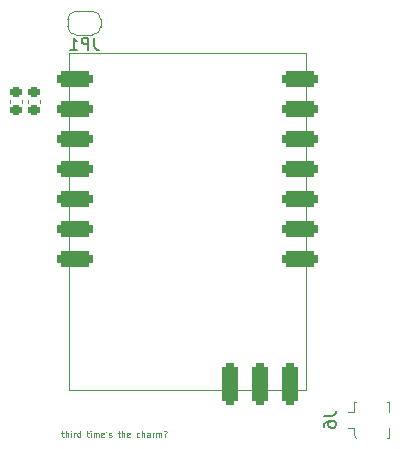
<source format=gbo>
%TF.GenerationSoftware,KiCad,Pcbnew,7.0.5-0*%
%TF.CreationDate,2024-02-18T18:21:39-05:00*%
%TF.ProjectId,BITSv5,42495453-7635-42e6-9b69-6361645f7063,2*%
%TF.SameCoordinates,Original*%
%TF.FileFunction,Legend,Bot*%
%TF.FilePolarity,Positive*%
%FSLAX46Y46*%
G04 Gerber Fmt 4.6, Leading zero omitted, Abs format (unit mm)*
G04 Created by KiCad (PCBNEW 7.0.5-0) date 2024-02-18 18:21:39*
%MOMM*%
%LPD*%
G01*
G04 APERTURE LIST*
G04 Aperture macros list*
%AMRoundRect*
0 Rectangle with rounded corners*
0 $1 Rounding radius*
0 $2 $3 $4 $5 $6 $7 $8 $9 X,Y pos of 4 corners*
0 Add a 4 corners polygon primitive as box body*
4,1,4,$2,$3,$4,$5,$6,$7,$8,$9,$2,$3,0*
0 Add four circle primitives for the rounded corners*
1,1,$1+$1,$2,$3*
1,1,$1+$1,$4,$5*
1,1,$1+$1,$6,$7*
1,1,$1+$1,$8,$9*
0 Add four rect primitives between the rounded corners*
20,1,$1+$1,$2,$3,$4,$5,0*
20,1,$1+$1,$4,$5,$6,$7,0*
20,1,$1+$1,$6,$7,$8,$9,0*
20,1,$1+$1,$8,$9,$2,$3,0*%
%AMFreePoly0*
4,1,19,0.500000,-0.750000,0.000000,-0.750000,0.000000,-0.744911,-0.071157,-0.744911,-0.207708,-0.704816,-0.327430,-0.627875,-0.420627,-0.520320,-0.479746,-0.390866,-0.500000,-0.250000,-0.500000,0.250000,-0.479746,0.390866,-0.420627,0.520320,-0.327430,0.627875,-0.207708,0.704816,-0.071157,0.744911,0.000000,0.744911,0.000000,0.750000,0.500000,0.750000,0.500000,-0.750000,0.500000,-0.750000,
$1*%
%AMFreePoly1*
4,1,19,0.000000,0.744911,0.071157,0.744911,0.207708,0.704816,0.327430,0.627875,0.420627,0.520320,0.479746,0.390866,0.500000,0.250000,0.500000,-0.250000,0.479746,-0.390866,0.420627,-0.520320,0.327430,-0.627875,0.207708,-0.704816,0.071157,-0.744911,0.000000,-0.744911,0.000000,-0.750000,-0.500000,-0.750000,-0.500000,0.750000,0.000000,0.750000,0.000000,0.744911,0.000000,0.744911,
$1*%
G04 Aperture macros list end*
%ADD10C,0.125000*%
%ADD11C,0.150000*%
%ADD12C,0.120000*%
%ADD13C,0.889000*%
%ADD14C,4.400000*%
%ADD15C,0.650000*%
%ADD16O,2.100000X1.000000*%
%ADD17O,1.800000X1.000000*%
%ADD18C,1.400000*%
%ADD19R,3.500000X3.500000*%
%ADD20C,3.500000*%
%ADD21C,2.000000*%
%ADD22C,0.499999*%
%ADD23R,1.700000X1.700000*%
%ADD24O,1.700000X1.700000*%
%ADD25FreePoly0,0.000000*%
%ADD26FreePoly1,0.000000*%
%ADD27RoundRect,0.225000X-0.250000X0.225000X-0.250000X-0.225000X0.250000X-0.225000X0.250000X0.225000X0*%
%ADD28RoundRect,0.322500X-1.177500X-0.322500X1.177500X-0.322500X1.177500X0.322500X-1.177500X0.322500X0*%
%ADD29RoundRect,0.325000X-1.175000X-0.325000X1.175000X-0.325000X1.175000X0.325000X-1.175000X0.325000X0*%
%ADD30RoundRect,0.325000X-0.325000X1.425000X-0.325000X-1.425000X0.325000X-1.425000X0.325000X1.425000X0*%
%ADD31R,1.000000X1.000000*%
%ADD32R,2.200000X1.050000*%
G04 APERTURE END LIST*
D10*
X116929855Y-85098976D02*
X117120331Y-85098976D01*
X117001283Y-84932309D02*
X117001283Y-85360880D01*
X117001283Y-85360880D02*
X117025093Y-85408500D01*
X117025093Y-85408500D02*
X117072712Y-85432309D01*
X117072712Y-85432309D02*
X117120331Y-85432309D01*
X117286997Y-85432309D02*
X117286997Y-84932309D01*
X117501283Y-85432309D02*
X117501283Y-85170404D01*
X117501283Y-85170404D02*
X117477473Y-85122785D01*
X117477473Y-85122785D02*
X117429854Y-85098976D01*
X117429854Y-85098976D02*
X117358426Y-85098976D01*
X117358426Y-85098976D02*
X117310807Y-85122785D01*
X117310807Y-85122785D02*
X117286997Y-85146595D01*
X117739378Y-85432309D02*
X117739378Y-85098976D01*
X117739378Y-84932309D02*
X117715569Y-84956119D01*
X117715569Y-84956119D02*
X117739378Y-84979928D01*
X117739378Y-84979928D02*
X117763188Y-84956119D01*
X117763188Y-84956119D02*
X117739378Y-84932309D01*
X117739378Y-84932309D02*
X117739378Y-84979928D01*
X117977473Y-85432309D02*
X117977473Y-85098976D01*
X117977473Y-85194214D02*
X118001283Y-85146595D01*
X118001283Y-85146595D02*
X118025092Y-85122785D01*
X118025092Y-85122785D02*
X118072711Y-85098976D01*
X118072711Y-85098976D02*
X118120330Y-85098976D01*
X118501283Y-85432309D02*
X118501283Y-84932309D01*
X118501283Y-85408500D02*
X118453664Y-85432309D01*
X118453664Y-85432309D02*
X118358426Y-85432309D01*
X118358426Y-85432309D02*
X118310807Y-85408500D01*
X118310807Y-85408500D02*
X118286997Y-85384690D01*
X118286997Y-85384690D02*
X118263188Y-85337071D01*
X118263188Y-85337071D02*
X118263188Y-85194214D01*
X118263188Y-85194214D02*
X118286997Y-85146595D01*
X118286997Y-85146595D02*
X118310807Y-85122785D01*
X118310807Y-85122785D02*
X118358426Y-85098976D01*
X118358426Y-85098976D02*
X118453664Y-85098976D01*
X118453664Y-85098976D02*
X118501283Y-85122785D01*
X119048902Y-85098976D02*
X119239378Y-85098976D01*
X119120330Y-84932309D02*
X119120330Y-85360880D01*
X119120330Y-85360880D02*
X119144140Y-85408500D01*
X119144140Y-85408500D02*
X119191759Y-85432309D01*
X119191759Y-85432309D02*
X119239378Y-85432309D01*
X119406044Y-85432309D02*
X119406044Y-85098976D01*
X119406044Y-84932309D02*
X119382235Y-84956119D01*
X119382235Y-84956119D02*
X119406044Y-84979928D01*
X119406044Y-84979928D02*
X119429854Y-84956119D01*
X119429854Y-84956119D02*
X119406044Y-84932309D01*
X119406044Y-84932309D02*
X119406044Y-84979928D01*
X119644139Y-85432309D02*
X119644139Y-85098976D01*
X119644139Y-85146595D02*
X119667949Y-85122785D01*
X119667949Y-85122785D02*
X119715568Y-85098976D01*
X119715568Y-85098976D02*
X119786996Y-85098976D01*
X119786996Y-85098976D02*
X119834615Y-85122785D01*
X119834615Y-85122785D02*
X119858425Y-85170404D01*
X119858425Y-85170404D02*
X119858425Y-85432309D01*
X119858425Y-85170404D02*
X119882234Y-85122785D01*
X119882234Y-85122785D02*
X119929853Y-85098976D01*
X119929853Y-85098976D02*
X120001282Y-85098976D01*
X120001282Y-85098976D02*
X120048901Y-85122785D01*
X120048901Y-85122785D02*
X120072711Y-85170404D01*
X120072711Y-85170404D02*
X120072711Y-85432309D01*
X120501282Y-85408500D02*
X120453663Y-85432309D01*
X120453663Y-85432309D02*
X120358425Y-85432309D01*
X120358425Y-85432309D02*
X120310806Y-85408500D01*
X120310806Y-85408500D02*
X120286997Y-85360880D01*
X120286997Y-85360880D02*
X120286997Y-85170404D01*
X120286997Y-85170404D02*
X120310806Y-85122785D01*
X120310806Y-85122785D02*
X120358425Y-85098976D01*
X120358425Y-85098976D02*
X120453663Y-85098976D01*
X120453663Y-85098976D02*
X120501282Y-85122785D01*
X120501282Y-85122785D02*
X120525092Y-85170404D01*
X120525092Y-85170404D02*
X120525092Y-85218023D01*
X120525092Y-85218023D02*
X120286997Y-85265642D01*
X120763187Y-84932309D02*
X120715568Y-85027547D01*
X120953663Y-85408500D02*
X121001282Y-85432309D01*
X121001282Y-85432309D02*
X121096520Y-85432309D01*
X121096520Y-85432309D02*
X121144139Y-85408500D01*
X121144139Y-85408500D02*
X121167948Y-85360880D01*
X121167948Y-85360880D02*
X121167948Y-85337071D01*
X121167948Y-85337071D02*
X121144139Y-85289452D01*
X121144139Y-85289452D02*
X121096520Y-85265642D01*
X121096520Y-85265642D02*
X121025091Y-85265642D01*
X121025091Y-85265642D02*
X120977472Y-85241833D01*
X120977472Y-85241833D02*
X120953663Y-85194214D01*
X120953663Y-85194214D02*
X120953663Y-85170404D01*
X120953663Y-85170404D02*
X120977472Y-85122785D01*
X120977472Y-85122785D02*
X121025091Y-85098976D01*
X121025091Y-85098976D02*
X121096520Y-85098976D01*
X121096520Y-85098976D02*
X121144139Y-85122785D01*
X121691758Y-85098976D02*
X121882234Y-85098976D01*
X121763186Y-84932309D02*
X121763186Y-85360880D01*
X121763186Y-85360880D02*
X121786996Y-85408500D01*
X121786996Y-85408500D02*
X121834615Y-85432309D01*
X121834615Y-85432309D02*
X121882234Y-85432309D01*
X122048900Y-85432309D02*
X122048900Y-84932309D01*
X122263186Y-85432309D02*
X122263186Y-85170404D01*
X122263186Y-85170404D02*
X122239376Y-85122785D01*
X122239376Y-85122785D02*
X122191757Y-85098976D01*
X122191757Y-85098976D02*
X122120329Y-85098976D01*
X122120329Y-85098976D02*
X122072710Y-85122785D01*
X122072710Y-85122785D02*
X122048900Y-85146595D01*
X122691757Y-85408500D02*
X122644138Y-85432309D01*
X122644138Y-85432309D02*
X122548900Y-85432309D01*
X122548900Y-85432309D02*
X122501281Y-85408500D01*
X122501281Y-85408500D02*
X122477472Y-85360880D01*
X122477472Y-85360880D02*
X122477472Y-85170404D01*
X122477472Y-85170404D02*
X122501281Y-85122785D01*
X122501281Y-85122785D02*
X122548900Y-85098976D01*
X122548900Y-85098976D02*
X122644138Y-85098976D01*
X122644138Y-85098976D02*
X122691757Y-85122785D01*
X122691757Y-85122785D02*
X122715567Y-85170404D01*
X122715567Y-85170404D02*
X122715567Y-85218023D01*
X122715567Y-85218023D02*
X122477472Y-85265642D01*
X123525090Y-85408500D02*
X123477471Y-85432309D01*
X123477471Y-85432309D02*
X123382233Y-85432309D01*
X123382233Y-85432309D02*
X123334614Y-85408500D01*
X123334614Y-85408500D02*
X123310804Y-85384690D01*
X123310804Y-85384690D02*
X123286995Y-85337071D01*
X123286995Y-85337071D02*
X123286995Y-85194214D01*
X123286995Y-85194214D02*
X123310804Y-85146595D01*
X123310804Y-85146595D02*
X123334614Y-85122785D01*
X123334614Y-85122785D02*
X123382233Y-85098976D01*
X123382233Y-85098976D02*
X123477471Y-85098976D01*
X123477471Y-85098976D02*
X123525090Y-85122785D01*
X123739375Y-85432309D02*
X123739375Y-84932309D01*
X123953661Y-85432309D02*
X123953661Y-85170404D01*
X123953661Y-85170404D02*
X123929851Y-85122785D01*
X123929851Y-85122785D02*
X123882232Y-85098976D01*
X123882232Y-85098976D02*
X123810804Y-85098976D01*
X123810804Y-85098976D02*
X123763185Y-85122785D01*
X123763185Y-85122785D02*
X123739375Y-85146595D01*
X124406042Y-85432309D02*
X124406042Y-85170404D01*
X124406042Y-85170404D02*
X124382232Y-85122785D01*
X124382232Y-85122785D02*
X124334613Y-85098976D01*
X124334613Y-85098976D02*
X124239375Y-85098976D01*
X124239375Y-85098976D02*
X124191756Y-85122785D01*
X124406042Y-85408500D02*
X124358423Y-85432309D01*
X124358423Y-85432309D02*
X124239375Y-85432309D01*
X124239375Y-85432309D02*
X124191756Y-85408500D01*
X124191756Y-85408500D02*
X124167947Y-85360880D01*
X124167947Y-85360880D02*
X124167947Y-85313261D01*
X124167947Y-85313261D02*
X124191756Y-85265642D01*
X124191756Y-85265642D02*
X124239375Y-85241833D01*
X124239375Y-85241833D02*
X124358423Y-85241833D01*
X124358423Y-85241833D02*
X124406042Y-85218023D01*
X124644137Y-85432309D02*
X124644137Y-85098976D01*
X124644137Y-85194214D02*
X124667947Y-85146595D01*
X124667947Y-85146595D02*
X124691756Y-85122785D01*
X124691756Y-85122785D02*
X124739375Y-85098976D01*
X124739375Y-85098976D02*
X124786994Y-85098976D01*
X124953661Y-85432309D02*
X124953661Y-85098976D01*
X124953661Y-85146595D02*
X124977471Y-85122785D01*
X124977471Y-85122785D02*
X125025090Y-85098976D01*
X125025090Y-85098976D02*
X125096518Y-85098976D01*
X125096518Y-85098976D02*
X125144137Y-85122785D01*
X125144137Y-85122785D02*
X125167947Y-85170404D01*
X125167947Y-85170404D02*
X125167947Y-85432309D01*
X125167947Y-85170404D02*
X125191756Y-85122785D01*
X125191756Y-85122785D02*
X125239375Y-85098976D01*
X125239375Y-85098976D02*
X125310804Y-85098976D01*
X125310804Y-85098976D02*
X125358423Y-85122785D01*
X125358423Y-85122785D02*
X125382233Y-85170404D01*
X125382233Y-85170404D02*
X125382233Y-85432309D01*
X125691757Y-85384690D02*
X125715566Y-85408500D01*
X125715566Y-85408500D02*
X125691757Y-85432309D01*
X125691757Y-85432309D02*
X125667947Y-85408500D01*
X125667947Y-85408500D02*
X125691757Y-85384690D01*
X125691757Y-85384690D02*
X125691757Y-85432309D01*
X125596519Y-84956119D02*
X125644138Y-84932309D01*
X125644138Y-84932309D02*
X125763185Y-84932309D01*
X125763185Y-84932309D02*
X125810804Y-84956119D01*
X125810804Y-84956119D02*
X125834614Y-85003738D01*
X125834614Y-85003738D02*
X125834614Y-85051357D01*
X125834614Y-85051357D02*
X125810804Y-85098976D01*
X125810804Y-85098976D02*
X125786995Y-85122785D01*
X125786995Y-85122785D02*
X125739376Y-85146595D01*
X125739376Y-85146595D02*
X125715566Y-85170404D01*
X125715566Y-85170404D02*
X125691757Y-85218023D01*
X125691757Y-85218023D02*
X125691757Y-85241833D01*
D11*
%TO.C,JP1*%
X119683333Y-51654819D02*
X119683333Y-52369104D01*
X119683333Y-52369104D02*
X119730952Y-52511961D01*
X119730952Y-52511961D02*
X119826190Y-52607200D01*
X119826190Y-52607200D02*
X119969047Y-52654819D01*
X119969047Y-52654819D02*
X120064285Y-52654819D01*
X119207142Y-52654819D02*
X119207142Y-51654819D01*
X119207142Y-51654819D02*
X118826190Y-51654819D01*
X118826190Y-51654819D02*
X118730952Y-51702438D01*
X118730952Y-51702438D02*
X118683333Y-51750057D01*
X118683333Y-51750057D02*
X118635714Y-51845295D01*
X118635714Y-51845295D02*
X118635714Y-51988152D01*
X118635714Y-51988152D02*
X118683333Y-52083390D01*
X118683333Y-52083390D02*
X118730952Y-52131009D01*
X118730952Y-52131009D02*
X118826190Y-52178628D01*
X118826190Y-52178628D02*
X119207142Y-52178628D01*
X117683333Y-52654819D02*
X118254761Y-52654819D01*
X117969047Y-52654819D02*
X117969047Y-51654819D01*
X117969047Y-51654819D02*
X118064285Y-51797676D01*
X118064285Y-51797676D02*
X118159523Y-51892914D01*
X118159523Y-51892914D02*
X118254761Y-51940533D01*
%TO.C,J6*%
X139154819Y-83666666D02*
X139869104Y-83666666D01*
X139869104Y-83666666D02*
X140011961Y-83619047D01*
X140011961Y-83619047D02*
X140107200Y-83523809D01*
X140107200Y-83523809D02*
X140154819Y-83380952D01*
X140154819Y-83380952D02*
X140154819Y-83285714D01*
X139154819Y-84571428D02*
X139154819Y-84380952D01*
X139154819Y-84380952D02*
X139202438Y-84285714D01*
X139202438Y-84285714D02*
X139250057Y-84238095D01*
X139250057Y-84238095D02*
X139392914Y-84142857D01*
X139392914Y-84142857D02*
X139583390Y-84095238D01*
X139583390Y-84095238D02*
X139964342Y-84095238D01*
X139964342Y-84095238D02*
X140059580Y-84142857D01*
X140059580Y-84142857D02*
X140107200Y-84190476D01*
X140107200Y-84190476D02*
X140154819Y-84285714D01*
X140154819Y-84285714D02*
X140154819Y-84476190D01*
X140154819Y-84476190D02*
X140107200Y-84571428D01*
X140107200Y-84571428D02*
X140059580Y-84619047D01*
X140059580Y-84619047D02*
X139964342Y-84666666D01*
X139964342Y-84666666D02*
X139726247Y-84666666D01*
X139726247Y-84666666D02*
X139631009Y-84619047D01*
X139631009Y-84619047D02*
X139583390Y-84571428D01*
X139583390Y-84571428D02*
X139535771Y-84476190D01*
X139535771Y-84476190D02*
X139535771Y-84285714D01*
X139535771Y-84285714D02*
X139583390Y-84190476D01*
X139583390Y-84190476D02*
X139631009Y-84142857D01*
X139631009Y-84142857D02*
X139726247Y-84095238D01*
D12*
%TO.C,JP1*%
X117450000Y-50100000D02*
X117450000Y-50700000D01*
X118150000Y-51400000D02*
X119550000Y-51400000D01*
X119550000Y-49400000D02*
X118150000Y-49400000D01*
X120250000Y-50700000D02*
X120250000Y-50100000D01*
X118150000Y-49400000D02*
G75*
G03*
X117450000Y-50100000I-1J-699999D01*
G01*
X117450000Y-50700000D02*
G75*
G03*
X118150000Y-51400000I699999J-1D01*
G01*
X120250000Y-50100000D02*
G75*
G03*
X119550000Y-49400000I-700000J0D01*
G01*
X119550000Y-51400000D02*
G75*
G03*
X120250000Y-50700000I0J700000D01*
G01*
%TO.C,C26*%
X115135000Y-56884420D02*
X115135000Y-57165580D01*
X114115000Y-56884420D02*
X114115000Y-57165580D01*
%TO.C,U4*%
X137600000Y-81500000D02*
X117600000Y-81500000D01*
X117600000Y-81500000D02*
X117600000Y-52900000D01*
X117600000Y-52900000D02*
X137600000Y-52900000D01*
X137600000Y-52900000D02*
X137600000Y-81500000D01*
%TO.C,J6*%
X144500000Y-85500000D02*
X144700000Y-85500000D01*
X144700000Y-85500000D02*
X144700000Y-84700000D01*
X141700000Y-85300000D02*
X141900000Y-85500000D01*
X141700000Y-84700000D02*
X141700000Y-85300000D01*
X141700000Y-84700000D02*
X141200000Y-84700000D01*
X141700000Y-83300000D02*
X141200000Y-83300000D01*
X144700000Y-83300000D02*
X144700000Y-82500000D01*
X141700000Y-82500000D02*
X141700000Y-83300000D01*
X141900000Y-82500000D02*
X141700000Y-82500000D01*
X144700000Y-82500000D02*
X144500000Y-82500000D01*
%TO.C,C27*%
X113610000Y-56884420D02*
X113610000Y-57165580D01*
X112590000Y-56884420D02*
X112590000Y-57165580D01*
%TD*%
%LPC*%
D13*
%TO.C,SW3*%
X113560098Y-77455002D03*
X106760102Y-77455002D03*
%TD*%
D14*
%TO.C,H2*%
X108300000Y-84100000D03*
%TD*%
D15*
%TO.C,J2*%
X112400100Y-65708102D03*
X112400100Y-71488102D03*
D16*
X112900100Y-64278102D03*
D17*
X108720100Y-64278102D03*
D16*
X112900100Y-72918102D03*
D17*
X108720100Y-72918102D03*
%TD*%
D18*
%TO.C,J3*%
X98300000Y-59400000D03*
X98300000Y-48400000D03*
D19*
X108300000Y-51400000D03*
D20*
X108300000Y-56400000D03*
%TD*%
D21*
%TO.C,TP6*%
X113400000Y-44600000D03*
%TD*%
D22*
%TO.C,U8*%
X125757501Y-45112500D03*
X126757502Y-45112500D03*
X127757500Y-45112500D03*
%TD*%
D14*
%TO.C,H1*%
X108300000Y-45300000D03*
%TD*%
D23*
%TO.C,J1*%
X149900000Y-71425000D03*
D24*
X149900000Y-68885000D03*
X149900000Y-66345000D03*
%TD*%
D22*
%TO.C,U5*%
X113957501Y-52800000D03*
X114957502Y-52800000D03*
X115957500Y-52800000D03*
%TD*%
D14*
%TO.C,H3*%
X149100000Y-84100000D03*
%TD*%
D21*
%TO.C,TP4*%
X116800000Y-46400000D03*
%TD*%
%TO.C,TP5*%
X135100000Y-49900000D03*
%TD*%
D25*
%TO.C,JP1*%
X118200000Y-50400000D03*
D26*
X119500000Y-50400000D03*
%TD*%
D27*
%TO.C,C26*%
X114625000Y-56250000D03*
X114625000Y-57800000D03*
%TD*%
D28*
%TO.C,U4*%
X118100000Y-70345000D03*
D29*
X118100000Y-67800000D03*
X118100000Y-65260000D03*
X118100000Y-62720000D03*
X118100000Y-60180000D03*
X118100000Y-57640000D03*
X118100000Y-55100000D03*
X137100000Y-55100000D03*
X137100000Y-57640000D03*
X137100000Y-60180000D03*
X137100000Y-62720000D03*
X137100000Y-65260000D03*
X137100000Y-67800000D03*
D28*
X137100000Y-70345000D03*
D30*
X136270000Y-80950000D03*
X133730000Y-80950000D03*
X131190000Y-80950000D03*
%TD*%
D31*
%TO.C,J6*%
X141700000Y-84000000D03*
D32*
X143200000Y-85475000D03*
D31*
X144700000Y-84000000D03*
D32*
X143200000Y-82525000D03*
%TD*%
D27*
%TO.C,C27*%
X113100000Y-56250000D03*
X113100000Y-57800000D03*
%TD*%
%LPD*%
M02*

</source>
